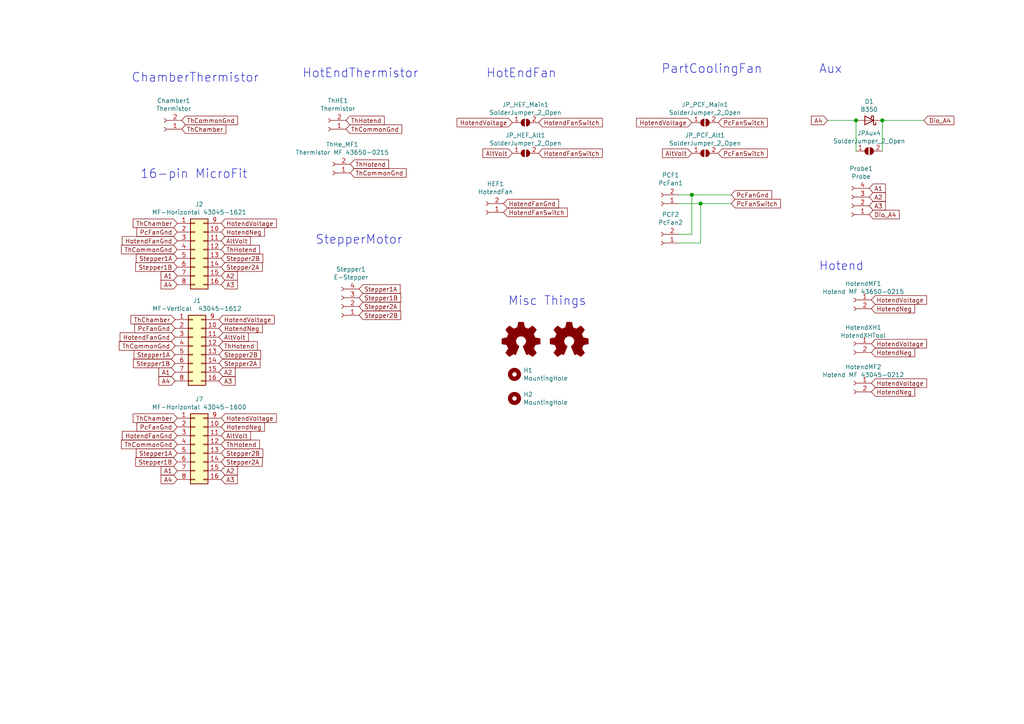
<source format=kicad_sch>
(kicad_sch (version 20210621) (generator eeschema)
  (paper "A4")
  (lib_symbols
    (symbol "Connector:Conn_01x02_Female" (pin_names (offset 1.016) hide)
      (property "Reference" "J" (at 0 2.54 0))
      (property "Value" "Conn_01x02_Female" (at 0 -5.08 0))
      (symbol "Conn_01x02_Female_1_1"
        (arc (start 0 -2.032) (end 0 -3.048) (radius (at 0 -2.54) (length 0.508) (angles 90.1 -90.1)) (stroke (width 0.1524)))
        (arc (start 0 0.508) (end 0 -0.508) (radius (at 0 0) (length 0.508) (angles 90.1 -90.1)) (stroke (width 0.1524)))
        (polyline (pts (xy -1.27 -2.54) (xy -0.508 -2.54)) (stroke (width 0.1524)))
        (polyline (pts (xy -1.27 0) (xy -0.508 0)) (stroke (width 0.1524)))
        (pin passive line (at -5.08 0 0) (length 3.81) (name "Pin_1") (number "1"))
        (pin passive line (at -5.08 -2.54 0) (length 3.81) (name "Pin_2") (number "2"))
      )
    )
    (symbol "Connector:Conn_01x04_Female" (pin_names (offset 1.016) hide)
      (property "Reference" "J" (at 0 5.08 0))
      (property "Value" "Conn_01x04_Female" (at 0 -7.62 0))
      (symbol "Conn_01x04_Female_1_1"
        (arc (start 0 -4.572) (end 0 -5.588) (radius (at 0 -5.08) (length 0.508) (angles 90.1 -90.1)) (stroke (width 0.1524)))
        (arc (start 0 -2.032) (end 0 -3.048) (radius (at 0 -2.54) (length 0.508) (angles 90.1 -90.1)) (stroke (width 0.1524)))
        (arc (start 0 0.508) (end 0 -0.508) (radius (at 0 0) (length 0.508) (angles 90.1 -90.1)) (stroke (width 0.1524)))
        (arc (start 0 3.048) (end 0 2.032) (radius (at 0 2.54) (length 0.508) (angles 90.1 -90.1)) (stroke (width 0.1524)))
        (polyline (pts (xy -1.27 -5.08) (xy -0.508 -5.08)) (stroke (width 0.1524)))
        (polyline (pts (xy -1.27 -2.54) (xy -0.508 -2.54)) (stroke (width 0.1524)))
        (polyline (pts (xy -1.27 0) (xy -0.508 0)) (stroke (width 0.1524)))
        (polyline (pts (xy -1.27 2.54) (xy -0.508 2.54)) (stroke (width 0.1524)))
        (pin passive line (at -5.08 2.54 0) (length 3.81) (name "Pin_1") (number "1"))
        (pin passive line (at -5.08 0 0) (length 3.81) (name "Pin_2") (number "2"))
        (pin passive line (at -5.08 -2.54 0) (length 3.81) (name "Pin_3") (number "3"))
        (pin passive line (at -5.08 -5.08 0) (length 3.81) (name "Pin_4") (number "4"))
      )
    )
    (symbol "Connector_Generic:Conn_02x08_Top_Bottom" (pin_names (offset 1.016) hide)
      (property "Reference" "J" (at 1.27 10.16 0))
      (property "Value" "Conn_02x08_Top_Bottom" (at 1.27 -12.7 0))
      (symbol "Conn_02x08_Top_Bottom_1_1"
        (rectangle (start -1.27 -10.033) (end 0 -10.287) (stroke (width 0.1524)))
        (rectangle (start -1.27 -7.493) (end 0 -7.747) (stroke (width 0.1524)))
        (rectangle (start -1.27 -4.953) (end 0 -5.207) (stroke (width 0.1524)))
        (rectangle (start -1.27 -2.413) (end 0 -2.667) (stroke (width 0.1524)))
        (rectangle (start -1.27 0.127) (end 0 -0.127) (stroke (width 0.1524)))
        (rectangle (start -1.27 2.667) (end 0 2.413) (stroke (width 0.1524)))
        (rectangle (start -1.27 5.207) (end 0 4.953) (stroke (width 0.1524)))
        (rectangle (start -1.27 7.747) (end 0 7.493) (stroke (width 0.1524)))
        (rectangle (start 3.81 -10.033) (end 2.54 -10.287) (stroke (width 0.1524)))
        (rectangle (start 3.81 -7.493) (end 2.54 -7.747) (stroke (width 0.1524)))
        (rectangle (start 3.81 -4.953) (end 2.54 -5.207) (stroke (width 0.1524)))
        (rectangle (start 3.81 -2.413) (end 2.54 -2.667) (stroke (width 0.1524)))
        (rectangle (start 3.81 0.127) (end 2.54 -0.127) (stroke (width 0.1524)))
        (rectangle (start 3.81 2.667) (end 2.54 2.413) (stroke (width 0.1524)))
        (rectangle (start 3.81 5.207) (end 2.54 4.953) (stroke (width 0.1524)))
        (rectangle (start 3.81 7.747) (end 2.54 7.493) (stroke (width 0.1524)))
        (rectangle (start -1.27 8.89) (end 3.81 -11.43) (stroke (width 0.254)) (fill (type background)))
        (pin passive line (at -5.08 7.62 0) (length 3.81) (name "Pin_1") (number "1"))
        (pin passive line (at 7.62 5.08 180) (length 3.81) (name "Pin_10") (number "10"))
        (pin passive line (at 7.62 2.54 180) (length 3.81) (name "Pin_11") (number "11"))
        (pin passive line (at 7.62 0 180) (length 3.81) (name "Pin_12") (number "12"))
        (pin passive line (at 7.62 -2.54 180) (length 3.81) (name "Pin_13") (number "13"))
        (pin passive line (at 7.62 -5.08 180) (length 3.81) (name "Pin_14") (number "14"))
        (pin passive line (at 7.62 -7.62 180) (length 3.81) (name "Pin_15") (number "15"))
        (pin passive line (at 7.62 -10.16 180) (length 3.81) (name "Pin_16") (number "16"))
        (pin passive line (at -5.08 5.08 0) (length 3.81) (name "Pin_2") (number "2"))
        (pin passive line (at -5.08 2.54 0) (length 3.81) (name "Pin_3") (number "3"))
        (pin passive line (at -5.08 0 0) (length 3.81) (name "Pin_4") (number "4"))
        (pin passive line (at -5.08 -2.54 0) (length 3.81) (name "Pin_5") (number "5"))
        (pin passive line (at -5.08 -5.08 0) (length 3.81) (name "Pin_6") (number "6"))
        (pin passive line (at -5.08 -7.62 0) (length 3.81) (name "Pin_7") (number "7"))
        (pin passive line (at -5.08 -10.16 0) (length 3.81) (name "Pin_8") (number "8"))
        (pin passive line (at 7.62 7.62 180) (length 3.81) (name "Pin_9") (number "9"))
      )
    )
    (symbol "Diode:B350" (pin_numbers hide) (pin_names (offset 1.016) hide)
      (property "Reference" "D" (at 0 2.54 0))
      (property "Value" "B350" (at 0 -2.54 0))
      (symbol "B350_0_1"
        (polyline (pts (xy 1.27 0) (xy -1.27 0)))
        (polyline (pts (xy 1.27 1.27) (xy 1.27 -1.27) (xy -1.27 0) (xy 1.27 1.27)) (stroke (width 0.254)))
        (polyline (pts (xy -1.905 0.635) (xy -1.905 1.27) (xy -1.27 1.27) (xy -1.27 -1.27) (xy -0.635 -1.27) (xy -0.635 -0.635)) (stroke (width 0.254)))
      )
      (symbol "B350_1_1"
        (pin passive line (at -3.81 0 0) (length 2.54) (name "K") (number "1"))
        (pin passive line (at 3.81 0 180) (length 2.54) (name "A") (number "2"))
      )
    )
    (symbol "Graphic:Logo_Open_Hardware_Small" (pin_names (offset 1.016))
      (symbol "Logo_Open_Hardware_Small_0_1"
        (polyline (pts (xy 3.3528 -4.3434) (xy 3.302 -4.318) (xy 3.175 -4.2418) (xy 2.9972 -4.1148) (xy 2.7686 -3.9624) (xy 2.54 -3.81) (xy 2.3622 -3.7084) (xy 2.2352 -3.6068) (xy 2.1844 -3.5814) (xy 2.159 -3.6068) (xy 2.0574 -3.6576) (xy 1.905 -3.7338) (xy 1.8034 -3.7846) (xy 1.6764 -3.8354) (xy 1.6002 -3.8354) (xy 1.6002 -3.8354) (xy 1.5494 -3.7338) (xy 1.4732 -3.5306) (xy 1.3462 -3.302) (xy 1.2446 -3.0226) (xy 1.1176 -2.7178) (xy 0.9652 -2.413) (xy 0.8636 -2.1082) (xy 0.7366 -1.8288) (xy 0.6604 -1.6256) (xy 0.6096 -1.4732) (xy 0.5842 -1.397) (xy 0.5842 -1.397) (xy 0.6604 -1.3208) (xy 0.7874 -1.2446) (xy 1.0414 -1.016) (xy 1.2954 -0.6858) (xy 1.4478 -0.3302) (xy 1.524 0.0762) (xy 1.4732 0.4572) (xy 1.3208 0.8128) (xy 1.0668 1.143) (xy 0.762 1.3716) (xy 0.4064 1.524) (xy 0 1.5748) (xy -0.381 1.5494) (xy -0.7366 1.397) (xy -1.0668 1.143) (xy -1.2192 0.9906) (xy -1.397 0.6604) (xy -1.524 0.3048) (xy -1.524 0.2286) (xy -1.4986 -0.1778) (xy -1.397 -0.5334) (xy -1.1938 -0.8636) (xy -0.9144 -1.143) (xy -0.8636 -1.1684) (xy -0.7366 -1.27) (xy -0.635 -1.3462) (xy -0.5842 -1.397) (xy -1.0668 -2.5908) (xy -1.143 -2.794) (xy -1.2954 -3.1242) (xy -1.397 -3.4036) (xy -1.4986 -3.6322) (xy -1.5748 -3.7846) (xy -1.6002 -3.8354) (xy -1.6002 -3.8354) (xy -1.651 -3.8354) (xy -1.7272 -3.81) (xy -1.905 -3.7338) (xy -2.0066 -3.683) (xy -2.1336 -3.6068) (xy -2.2098 -3.5814) (xy -2.2606 -3.6068) (xy -2.3622 -3.683) (xy -2.54 -3.81) (xy -2.7686 -3.9624) (xy -2.9718 -4.0894) (xy -3.1496 -4.2164) (xy -3.302 -4.318) (xy -3.3528 -4.3434) (xy -3.3782 -4.3434) (xy -3.429 -4.318) (xy -3.5306 -4.2164) (xy -3.7084 -4.064) (xy -3.937 -3.8354) (xy -3.9624 -3.81) (xy -4.1656 -3.6068) (xy -4.318 -3.4544) (xy -4.4196 -3.3274) (xy -4.445 -3.2766) (xy -4.445 -3.2766) (xy -4.4196 -3.2258) (xy -4.318 -3.0734) (xy -4.2164 -2.8956) (xy -4.064 -2.667) (xy -3.6576 -2.0828) (xy -3.8862 -1.5494) (xy -3.937 -1.3716) (xy -4.0386 -1.1684) (xy -4.0894 -1.0414) (xy -4.1148 -0.9652) (xy -4.191 -0.9398) (xy -4.318 -0.9144) (xy -4.5466 -0.8636) (xy -4.8006 -0.8128) (xy -5.0546 -0.7874) (xy -5.2578 -0.7366) (xy -5.4356 -0.7112) (xy -5.5118 -0.6858) (xy -5.5118 -0.6858) (xy -5.5372 -0.635) (xy -5.5372 -0.5588) (xy -5.5372 -0.4318) (xy -5.5626 -0.2286) (xy -5.5626 0.0762) (xy -5.5626 0.127) (xy -5.5372 0.4064) (xy -5.5372 0.635) (xy -5.5372 0.762) (xy -5.5372 0.8382) (xy -5.5372 0.8382) (xy -5.461 0.8382) (xy -5.3086 0.889) (xy -5.08 0.9144) (xy -4.826 0.9652) (xy -4.8006 0.9906) (xy -4.5466 1.0414) (xy -4.318 1.0668) (xy -4.1656 1.1176) (xy -4.0894 1.143) (xy -4.0894 1.143) (xy -4.0386 1.2446) (xy -3.9624 1.4224) (xy -3.8608 1.6256) (xy -3.7846 1.8288) (xy -3.7084 2.0066) (xy -3.6576 2.159) (xy -3.6322 2.2098) (xy -3.6322 2.2098) (xy -3.683 2.286) (xy -3.7592 2.413) (xy -3.8862 2.5908) (xy -4.064 2.8194) (xy -4.064 2.8448) (xy -4.2164 3.0734) (xy -4.3434 3.2512) (xy -4.4196 3.3782) (xy -4.445 3.4544) (xy -4.445 3.4544) (xy -4.3942 3.5052) (xy -4.2926 3.6322) (xy -4.1148 3.81) (xy -3.937 4.0132) (xy -3.8608 4.064) (xy -3.6576 4.2926) (xy -3.5052 4.4196) (xy -3.4036 4.4958) (xy -3.3528 4.5212) (xy -3.3528 4.5212) (xy -3.302 4.4704) (xy -3.1496 4.3688) (xy -2.9718 4.2418) (xy -2.7432 4.0894) (xy -2.7178 4.0894) (xy -2.4892 3.937) (xy -2.3114 3.81) (xy -2.1844 3.7084) (xy -2.1336 3.683) (xy -2.1082 3.683) (xy -2.032 3.7084) (xy -1.8542 3.7592) (xy -1.6764 3.8354) (xy -1.4732 3.937) (xy -1.27 4.0132) (xy -1.143 4.064) (xy -1.0668 4.1148) (xy -1.0668 4.1148) (xy -1.0414 4.191) (xy -1.016 4.3434) (xy -0.9652 4.572) (xy -0.9144 4.8514) (xy -0.889 4.9022) (xy -0.8382 5.1562) (xy -0.8128 5.3848) (xy -0.7874 5.5372) (xy -0.762 5.588) (xy -0.7112 5.6134) (xy -0.5842 5.6134) (xy -0.4064 5.6134) (xy -0.1524 5.6134) (xy 0.0762 5.6134) (xy 0.3302 5.6134) (xy 0.5334 5.6134) (xy 0.6858 5.588) (xy 0.7366 5.588) (xy 0.7366 5.588) (xy 0.762 5.5118) (xy 0.8128 5.334) (xy 0.8382 5.1054) (xy 0.9144 4.826) (xy 0.9144 4.7752) (xy 0.9652 4.5212) (xy 1.016 4.2926) (xy 1.0414 4.1402) (xy 1.0668 4.0894) (xy 1.0668 4.0894) (xy 1.1938 4.0386) (xy 1.3716 3.9624) (xy 1.5748 3.8608) (xy 2.0828 3.6576) (xy 2.7178 4.0894) (xy 2.7686 4.1402) (xy 2.9972 4.2926) (xy 3.175 4.4196) (xy 3.302 4.4958) (xy 3.3782 4.5212) (xy 3.3782 4.5212) (xy 3.429 4.4704) (xy 3.556 4.3434) (xy 3.7338 4.191) (xy 3.9116 3.9878) (xy 4.064 3.8354) (xy 4.2418 3.6576) (xy 4.3434 3.556) (xy 4.4196 3.4798) (xy 4.4196 3.429) (xy 4.4196 3.4036) (xy 4.3942 3.3274) (xy 4.2926 3.2004) (xy 4.1656 2.9972) (xy 4.0132 2.794) (xy 3.8862 2.5908) (xy 3.7592 2.3876) (xy 3.6576 2.2352) (xy 3.6322 2.159) (xy 3.6322 2.1336) (xy 3.683 2.0066) (xy 3.7592 1.8288) (xy 3.8608 1.6002) (xy 4.064 1.1176) (xy 4.3942 1.0414) (xy 4.5974 1.016) (xy 4.8768 0.9652) (xy 5.1308 0.9144) (xy 5.5372 0.8382) (xy 5.5626 -0.6604) (xy 5.4864 -0.6858) (xy 5.4356 -0.6858) (xy 5.2832 -0.7366) (xy 5.0546 -0.762) (xy 4.8006 -0.8128) (xy 4.5974 -0.8636) (xy 4.3688 -0.9144) (xy 4.2164 -0.9398) (xy 4.1402 -0.9398) (xy 4.1148 -0.9652) (xy 4.064 -1.0668) (xy 3.9878 -1.2446) (xy 3.9116 -1.4478) (xy 3.81 -1.651) (xy 3.7338 -1.8542) (xy 3.683 -2.0066) (xy 3.6576 -2.0828) (xy 3.683 -2.1336) (xy 3.7846 -2.2606) (xy 3.8862 -2.4638) (xy 4.0386 -2.667) (xy 4.191 -2.8956) (xy 4.318 -3.0734) (xy 4.3942 -3.2004) (xy 4.445 -3.2766) (xy 4.4196 -3.3274) (xy 4.3434 -3.429) (xy 4.1656 -3.5814) (xy 3.937 -3.8354) (xy 3.8862 -3.8608) (xy 3.683 -4.064) (xy 3.5306 -4.2164) (xy 3.4036 -4.318) (xy 3.3528 -4.3434)) (fill (type outline)))
      )
    )
    (symbol "Jumper:SolderJumper_2_Open" (pin_names (offset 0) hide)
      (property "Reference" "JP" (at 0 2.032 0))
      (property "Value" "SolderJumper_2_Open" (at 0 -2.54 0))
      (symbol "SolderJumper_2_Open_0_1"
        (arc (start -0.254 1.016) (end -0.254 -1.016) (radius (at -0.254 0) (length 1.016) (angles 90.1 -90.1)))
        (arc (start 0.254 -1.016) (end 0.254 1.016) (radius (at 0.254 0) (length 1.016) (angles -89.9 89.9)))
        (arc (start -0.254 1.016) (end -0.254 -1.016) (radius (at -0.254 0) (length 1.016) (angles 90.1 -90.1)) (fill (type outline)))
        (arc (start 0.254 -1.016) (end 0.254 1.016) (radius (at 0.254 0) (length 1.016) (angles -89.9 89.9)) (fill (type outline)))
        (polyline (pts (xy -0.254 1.016) (xy -0.254 -1.016)))
        (polyline (pts (xy 0.254 1.016) (xy 0.254 -1.016)))
      )
      (symbol "SolderJumper_2_Open_1_1"
        (pin passive line (at -3.81 0 0) (length 2.54) (name "A") (number "1"))
        (pin passive line (at 3.81 0 180) (length 2.54) (name "B") (number "2"))
      )
    )
    (symbol "Mechanical:MountingHole" (pin_names (offset 1.016))
      (property "Reference" "H" (at 0 5.08 0))
      (property "Value" "MountingHole" (at 0 3.175 0))
      (symbol "MountingHole_0_1"
        (circle (center 0 0) (radius 1.27) (stroke (width 1.27)))
      )
    )
  )
  (junction (at 200.66 56.515) (diameter 1.016))
  (junction (at 203.2 59.055) (diameter 1.016))
  (junction (at 248.285 34.925) (diameter 1.016))
  (junction (at 255.905 34.925) (diameter 1.016))
  (wire (pts (xy 196.85 56.515) (xy 200.66 56.515)))
  (wire (pts (xy 196.85 59.055) (xy 203.2 59.055)))
  (wire (pts (xy 200.66 56.515) (xy 200.66 67.945)))
  (wire (pts (xy 200.66 56.515) (xy 212.09 56.515)))
  (wire (pts (xy 200.66 67.945) (xy 196.85 67.945)))
  (wire (pts (xy 203.2 59.055) (xy 203.2 70.485)))
  (wire (pts (xy 203.2 59.055) (xy 212.09 59.055)))
  (wire (pts (xy 203.2 70.485) (xy 196.85 70.485)))
  (wire (pts (xy 240.03 34.925) (xy 248.285 34.925)))
  (wire (pts (xy 248.285 34.925) (xy 248.285 43.815)))
  (wire (pts (xy 255.905 34.925) (xy 255.905 43.815)))
  (wire (pts (xy 255.905 34.925) (xy 267.97 34.925)))
  (text "ChamberThermistor" (at 38.1 24.13 0) (effects (font (size 2.5654 2.5654)) (justify left bottom)))
  (text "16-pin MicroFit" (at 40.64 52.07 0) (effects (font (size 2.5654 2.5654)) (justify left bottom)))
  (text "HotEndThermistor" (at 87.63 22.86 0) (effects (font (size 2.5654 2.5654)) (justify left bottom)))
  (text "StepperMotor" (at 91.44 71.12 0) (effects (font (size 2.5654 2.5654)) (justify left bottom)))
  (text "HotEndFan" (at 140.97 22.86 0) (effects (font (size 2.5654 2.5654)) (justify left bottom)))
  (text "Misc Things" (at 147.32 88.9 0) (effects (font (size 2.5654 2.5654)) (justify left bottom)))
  (text "PartCoolingFan" (at 191.77 21.59 0) (effects (font (size 2.5654 2.5654)) (justify left bottom)))
  (text "Aux" (at 237.49 21.59 0) (effects (font (size 2.5654 2.5654)) (justify left bottom)))
  (text "Hotend" (at 237.49 78.74 0) (effects (font (size 2.4892 2.4892)) (justify left bottom)))
  (global_label "ThChamber" (shape input) (at 50.8 92.71 180) (property "Intersheet References" "${INTERSHEET_REFS}" (effects hide)))
  (global_label "PcFanGnd" (shape input) (at 50.8 95.25 180) (property "Intersheet References" "${INTERSHEET_REFS}" (effects hide)))
  (global_label "HotendFanGnd" (shape input) (at 50.8 97.79 180) (property "Intersheet References" "${INTERSHEET_REFS}" (effects hide)))
  (global_label "ThCommonGnd" (shape input) (at 50.8 100.33 180) (property "Intersheet References" "${INTERSHEET_REFS}" (effects hide)))
  (global_label "Stepper1A" (shape input) (at 50.8 102.87 180) (property "Intersheet References" "${INTERSHEET_REFS}" (effects hide)))
  (global_label "Stepper1B" (shape input) (at 50.8 105.41 180) (property "Intersheet References" "${INTERSHEET_REFS}" (effects hide)))
  (global_label "A1" (shape input) (at 50.8 107.95 180) (property "Intersheet References" "${INTERSHEET_REFS}" (effects hide)))
  (global_label "A4" (shape input) (at 50.8 110.49 180) (property "Intersheet References" "${INTERSHEET_REFS}" (effects hide)))
  (global_label "ThChamber" (shape input) (at 51.435 64.77 180) (property "Intersheet References" "${INTERSHEET_REFS}" (effects hide)))
  (global_label "PcFanGnd" (shape input) (at 51.435 67.31 180) (property "Intersheet References" "${INTERSHEET_REFS}" (effects hide)))
  (global_label "HotendFanGnd" (shape input) (at 51.435 69.85 180) (property "Intersheet References" "${INTERSHEET_REFS}" (effects hide)))
  (global_label "ThCommonGnd" (shape input) (at 51.435 72.39 180) (property "Intersheet References" "${INTERSHEET_REFS}" (effects hide)))
  (global_label "Stepper1A" (shape input) (at 51.435 74.93 180) (property "Intersheet References" "${INTERSHEET_REFS}" (effects hide)))
  (global_label "Stepper1B" (shape input) (at 51.435 77.47 180) (property "Intersheet References" "${INTERSHEET_REFS}" (effects hide)))
  (global_label "A1" (shape input) (at 51.435 80.01 180) (property "Intersheet References" "${INTERSHEET_REFS}" (effects hide)))
  (global_label "A4" (shape input) (at 51.435 82.55 180) (property "Intersheet References" "${INTERSHEET_REFS}" (effects hide)))
  (global_label "ThChamber" (shape input) (at 51.435 121.285 180) (property "Intersheet References" "${INTERSHEET_REFS}" (effects hide)))
  (global_label "PcFanGnd" (shape input) (at 51.435 123.825 180) (property "Intersheet References" "${INTERSHEET_REFS}" (effects hide)))
  (global_label "HotendFanGnd" (shape input) (at 51.435 126.365 180) (property "Intersheet References" "${INTERSHEET_REFS}" (effects hide)))
  (global_label "ThCommonGnd" (shape input) (at 51.435 128.905 180) (property "Intersheet References" "${INTERSHEET_REFS}" (effects hide)))
  (global_label "Stepper1A" (shape input) (at 51.435 131.445 180) (property "Intersheet References" "${INTERSHEET_REFS}" (effects hide)))
  (global_label "Stepper1B" (shape input) (at 51.435 133.985 180) (property "Intersheet References" "${INTERSHEET_REFS}" (effects hide)))
  (global_label "A1" (shape input) (at 51.435 136.525 180) (property "Intersheet References" "${INTERSHEET_REFS}" (effects hide)))
  (global_label "A4" (shape input) (at 51.435 139.065 180) (property "Intersheet References" "${INTERSHEET_REFS}" (effects hide)))
  (global_label "ThCommonGnd" (shape input) (at 52.705 34.925 0) (property "Intersheet References" "${INTERSHEET_REFS}" (effects hide)))
  (global_label "ThChamber" (shape input) (at 52.705 37.465 0) (property "Intersheet References" "${INTERSHEET_REFS}" (effects hide)))
  (global_label "HotendVoltage" (shape input) (at 63.5 92.71 0) (property "Intersheet References" "${INTERSHEET_REFS}" (effects hide)))
  (global_label "HotendNeg" (shape input) (at 63.5 95.25 0) (property "Intersheet References" "${INTERSHEET_REFS}" (effects hide)))
  (global_label "AltVolt" (shape input) (at 63.5 97.79 0) (property "Intersheet References" "${INTERSHEET_REFS}" (effects hide)))
  (global_label "ThHotend" (shape input) (at 63.5 100.33 0) (property "Intersheet References" "${INTERSHEET_REFS}" (effects hide)))
  (global_label "Stepper2B" (shape input) (at 63.5 102.87 0) (property "Intersheet References" "${INTERSHEET_REFS}" (effects hide)))
  (global_label "Stepper2A" (shape input) (at 63.5 105.41 0) (property "Intersheet References" "${INTERSHEET_REFS}" (effects hide)))
  (global_label "A2" (shape input) (at 63.5 107.95 0) (property "Intersheet References" "${INTERSHEET_REFS}" (effects hide)))
  (global_label "A3" (shape input) (at 63.5 110.49 0) (property "Intersheet References" "${INTERSHEET_REFS}" (effects hide)))
  (global_label "HotendVoltage" (shape input) (at 64.135 64.77 0) (property "Intersheet References" "${INTERSHEET_REFS}" (effects hide)))
  (global_label "HotendNeg" (shape input) (at 64.135 67.31 0) (property "Intersheet References" "${INTERSHEET_REFS}" (effects hide)))
  (global_label "AltVolt" (shape input) (at 64.135 69.85 0) (property "Intersheet References" "${INTERSHEET_REFS}" (effects hide)))
  (global_label "ThHotend" (shape input) (at 64.135 72.39 0) (property "Intersheet References" "${INTERSHEET_REFS}" (effects hide)))
  (global_label "Stepper2B" (shape input) (at 64.135 74.93 0) (property "Intersheet References" "${INTERSHEET_REFS}" (effects hide)))
  (global_label "Stepper2A" (shape input) (at 64.135 77.47 0) (property "Intersheet References" "${INTERSHEET_REFS}" (effects hide)))
  (global_label "A2" (shape input) (at 64.135 80.01 0) (property "Intersheet References" "${INTERSHEET_REFS}" (effects hide)))
  (global_label "A3" (shape input) (at 64.135 82.55 0) (property "Intersheet References" "${INTERSHEET_REFS}" (effects hide)))
  (global_label "HotendVoltage" (shape input) (at 64.135 121.285 0) (property "Intersheet References" "${INTERSHEET_REFS}" (effects hide)))
  (global_label "HotendNeg" (shape input) (at 64.135 123.825 0) (property "Intersheet References" "${INTERSHEET_REFS}" (effects hide)))
  (global_label "AltVolt" (shape input) (at 64.135 126.365 0) (property "Intersheet References" "${INTERSHEET_REFS}" (effects hide)))
  (global_label "ThHotend" (shape input) (at 64.135 128.905 0) (property "Intersheet References" "${INTERSHEET_REFS}" (effects hide)))
  (global_label "Stepper2B" (shape input) (at 64.135 131.445 0) (property "Intersheet References" "${INTERSHEET_REFS}" (effects hide)))
  (global_label "Stepper2A" (shape input) (at 64.135 133.985 0) (property "Intersheet References" "${INTERSHEET_REFS}" (effects hide)))
  (global_label "A2" (shape input) (at 64.135 136.525 0) (property "Intersheet References" "${INTERSHEET_REFS}" (effects hide)))
  (global_label "A3" (shape input) (at 64.135 139.065 0) (property "Intersheet References" "${INTERSHEET_REFS}" (effects hide)))
  (global_label "ThHotend" (shape input) (at 100.33 34.925 0) (property "Intersheet References" "${INTERSHEET_REFS}" (effects hide)))
  (global_label "ThCommonGnd" (shape input) (at 100.33 37.465 0) (property "Intersheet References" "${INTERSHEET_REFS}" (effects hide)))
  (global_label "ThHotend" (shape input) (at 101.6 47.625 0) (property "Intersheet References" "${INTERSHEET_REFS}" (effects hide)))
  (global_label "ThCommonGnd" (shape input) (at 101.6 50.165 0) (property "Intersheet References" "${INTERSHEET_REFS}" (effects hide)))
  (global_label "Stepper1A" (shape input) (at 104.14 83.82 0) (property "Intersheet References" "${INTERSHEET_REFS}" (effects hide)))
  (global_label "Stepper1B" (shape input) (at 104.14 86.36 0) (property "Intersheet References" "${INTERSHEET_REFS}" (effects hide)))
  (global_label "Stepper2A" (shape input) (at 104.14 88.9 0) (property "Intersheet References" "${INTERSHEET_REFS}" (effects hide)))
  (global_label "Stepper2B" (shape input) (at 104.14 91.44 0) (property "Intersheet References" "${INTERSHEET_REFS}" (effects hide)))
  (global_label "HotendFanGnd" (shape input) (at 146.05 59.055 0) (property "Intersheet References" "${INTERSHEET_REFS}" (effects hide)))
  (global_label "HotendFanSwitch" (shape input) (at 146.05 61.595 0) (property "Intersheet References" "${INTERSHEET_REFS}" (effects hide)))
  (global_label "HotendVoltage" (shape input) (at 148.59 35.56 180) (property "Intersheet References" "${INTERSHEET_REFS}" (effects hide)))
  (global_label "AltVolt" (shape input) (at 148.59 44.45 180) (property "Intersheet References" "${INTERSHEET_REFS}" (effects hide)))
  (global_label "HotendFanSwitch" (shape input) (at 156.21 35.56 0) (property "Intersheet References" "${INTERSHEET_REFS}" (effects hide)))
  (global_label "HotendFanSwitch" (shape input) (at 156.21 44.45 0) (property "Intersheet References" "${INTERSHEET_REFS}" (effects hide)))
  (global_label "HotendVoltage" (shape input) (at 200.66 35.56 180) (property "Intersheet References" "${INTERSHEET_REFS}" (effects hide)))
  (global_label "AltVolt" (shape input) (at 200.66 44.45 180) (property "Intersheet References" "${INTERSHEET_REFS}" (effects hide)))
  (global_label "PcFanSwitch" (shape input) (at 208.28 35.56 0) (property "Intersheet References" "${INTERSHEET_REFS}" (effects hide)))
  (global_label "PcFanSwitch" (shape input) (at 208.28 44.45 0) (property "Intersheet References" "${INTERSHEET_REFS}" (effects hide)))
  (global_label "PcFanGnd" (shape input) (at 212.09 56.515 0) (property "Intersheet References" "${INTERSHEET_REFS}" (effects hide)))
  (global_label "PcFanSwitch" (shape input) (at 212.09 59.055 0) (property "Intersheet References" "${INTERSHEET_REFS}" (effects hide)))
  (global_label "A4" (shape input) (at 240.03 34.925 180) (property "Intersheet References" "${INTERSHEET_REFS}" (effects hide)))
  (global_label "A1" (shape input) (at 252.095 54.61 0) (property "Intersheet References" "${INTERSHEET_REFS}" (effects hide)))
  (global_label "A2" (shape input) (at 252.095 57.15 0) (property "Intersheet References" "${INTERSHEET_REFS}" (effects hide)))
  (global_label "A3" (shape input) (at 252.095 59.69 0) (property "Intersheet References" "${INTERSHEET_REFS}" (effects hide)))
  (global_label "Dio_A4" (shape input) (at 252.095 62.23 0) (property "Intersheet References" "${INTERSHEET_REFS}" (effects hide)))
  (global_label "HotendVoltage" (shape input) (at 252.73 86.995 0) (property "Intersheet References" "${INTERSHEET_REFS}" (effects hide)))
  (global_label "HotendNeg" (shape input) (at 252.73 89.535 0) (property "Intersheet References" "${INTERSHEET_REFS}" (effects hide)))
  (global_label "HotendVoltage" (shape input) (at 252.73 99.695 0) (property "Intersheet References" "${INTERSHEET_REFS}" (effects hide)))
  (global_label "HotendNeg" (shape input) (at 252.73 102.235 0) (property "Intersheet References" "${INTERSHEET_REFS}" (effects hide)))
  (global_label "HotendVoltage" (shape input) (at 252.73 111.125 0) (property "Intersheet References" "${INTERSHEET_REFS}" (effects hide)))
  (global_label "HotendNeg" (shape input) (at 252.73 113.665 0) (property "Intersheet References" "${INTERSHEET_REFS}" (effects hide)))
  (global_label "Dio_A4" (shape input) (at 267.97 34.925 0) (property "Intersheet References" "${INTERSHEET_REFS}" (effects hide)))
  (symbol (lib_id "Mechanical:MountingHole") (at 149.225 108.585 0) (unit 1)
    (property "Reference" "H1" (at 151.765 107.4166 0) (effects (justify left)))
    (property "Value" "MountingHole" (at 151.765 109.728 0) (effects (justify left)))
    (property "Footprint" "MountingHole:MountingHole_3.2mm_M3_DIN965_Pad" (effects hide))
  )
  (symbol (lib_id "Mechanical:MountingHole") (at 149.225 115.57 0) (unit 1)
    (property "Reference" "H2" (at 151.765 114.4016 0) (effects (justify left)))
    (property "Value" "MountingHole" (at 151.765 116.713 0) (effects (justify left)))
    (property "Footprint" "MountingHole:MountingHole_3.2mm_M3_DIN965_Pad" (effects hide))
  )
  (symbol (lib_id "Jumper:SolderJumper_2_Open") (at 152.4 35.56 0) (unit 1)
    (property "Reference" "JP_HEF_Main1" (at 152.4 30.353 0))
    (property "Value" "SolderJumper_2_Open" (at 152.4 32.6644 0))
    (property "Footprint" "Jumper:SolderJumper-2_P1.3mm_Open_TrianglePad1.0x1.5mm" (effects hide))
  )
  (symbol (lib_id "Jumper:SolderJumper_2_Open") (at 152.4 44.45 0) (unit 1)
    (property "Reference" "JP_HEF_Alt1" (at 152.4 39.243 0))
    (property "Value" "SolderJumper_2_Open" (at 152.4 41.5544 0))
    (property "Footprint" "Jumper:SolderJumper-2_P1.3mm_Open_TrianglePad1.0x1.5mm" (effects hide))
  )
  (symbol (lib_id "Jumper:SolderJumper_2_Open") (at 204.47 35.56 0) (unit 1)
    (property "Reference" "JP_PCF_Main1" (at 204.47 30.353 0))
    (property "Value" "SolderJumper_2_Open" (at 204.47 32.6644 0))
    (property "Footprint" "Jumper:SolderJumper-2_P1.3mm_Open_TrianglePad1.0x1.5mm" (effects hide))
  )
  (symbol (lib_id "Jumper:SolderJumper_2_Open") (at 204.47 44.45 0) (unit 1)
    (property "Reference" "JP_PCF_Alt1" (at 204.47 39.243 0))
    (property "Value" "SolderJumper_2_Open" (at 204.47 41.5544 0))
    (property "Footprint" "Jumper:SolderJumper-2_P1.3mm_Open_TrianglePad1.0x1.5mm" (effects hide))
  )
  (symbol (lib_id "Jumper:SolderJumper_2_Open") (at 252.095 43.815 0) (unit 1)
    (property "Reference" "JPAux4" (at 252.095 38.608 0))
    (property "Value" "SolderJumper_2_Open" (at 252.095 40.9194 0))
    (property "Footprint" "Jumper:SolderJumper-2_P1.3mm_Open_TrianglePad1.0x1.5mm" (effects hide))
  )
  (symbol (lib_id "Connector:Conn_01x02_Female") (at 47.625 37.465 180) (unit 1)
    (property "Reference" "Chamber1" (at 50.3682 29.21 0))
    (property "Value" "Thermistor" (at 50.3682 31.5214 0))
    (property "Footprint" "carabiner-footprints:0603_to_1206_THT" (effects hide))
  )
  (symbol (lib_id "Connector:Conn_01x02_Female") (at 95.25 37.465 180) (unit 1)
    (property "Reference" "ThHE1" (at 97.9932 29.21 0))
    (property "Value" "Thermistor" (at 97.9932 31.5214 0))
    (property "Footprint" "Connector_JST:JST_XH_B2B-XH-A_1x02_P2.50mm_Vertical" (effects hide))
  )
  (symbol (lib_id "Connector:Conn_01x02_Female") (at 96.52 50.165 180) (unit 1)
    (property "Reference" "ThHe_MF1" (at 99.2632 41.91 0))
    (property "Value" "Thermistor MF 43650-0215" (at 99.2632 44.2214 0))
    (property "Footprint" "Connector_Molex:Molex_Micro-Fit_3.0_43650-0215_1x02_P3.00mm_Vertical" (effects hide))
  )
  (symbol (lib_id "Connector:Conn_01x02_Female") (at 140.97 61.595 180) (unit 1)
    (property "Reference" "HEF1" (at 143.7132 53.34 0))
    (property "Value" "HotendFan" (at 143.7132 55.6514 0))
    (property "Footprint" "Connector_JST:JST_XH_B2B-XH-A_1x02_P2.50mm_Vertical" (effects hide))
  )
  (symbol (lib_id "Connector:Conn_01x02_Female") (at 191.77 59.055 180) (unit 1)
    (property "Reference" "PCF1" (at 194.5132 50.8 0))
    (property "Value" "PcFan1" (at 194.5132 53.1114 0))
    (property "Footprint" "Connector_JST:JST_XH_B2B-XH-A_1x02_P2.50mm_Vertical" (effects hide))
  )
  (symbol (lib_id "Connector:Conn_01x02_Female") (at 191.77 70.485 180) (unit 1)
    (property "Reference" "PCF2" (at 194.5132 62.23 0))
    (property "Value" "PcFan2" (at 194.5132 64.5414 0))
    (property "Footprint" "Connector_JST:JST_XH_B2B-XH-A_1x02_P2.50mm_Vertical" (effects hide))
  )
  (symbol (lib_id "Connector:Conn_01x02_Female") (at 247.65 86.995 0) (mirror y) (unit 1)
    (property "Reference" "HotendMF1" (at 250.3932 82.296 0))
    (property "Value" "Hotend MF 43650-0215" (at 250.3932 84.6074 0))
    (property "Footprint" "Connector_Molex:Molex_Micro-Fit_3.0_43650-0215_1x02_P3.00mm_Vertical" (effects hide))
  )
  (symbol (lib_id "Connector:Conn_01x02_Female") (at 247.65 99.695 0) (mirror y) (unit 1)
    (property "Reference" "HotendXH1" (at 250.3932 94.996 0))
    (property "Value" "HotendXHTool" (at 250.3932 97.3074 0))
    (property "Footprint" "Connector_JST:JST_XH_B2B-XH-A_1x02_P2.50mm_Vertical" (effects hide))
  )
  (symbol (lib_id "Connector:Conn_01x02_Female") (at 247.65 111.125 0) (mirror y) (unit 1)
    (property "Reference" "HotendMF2" (at 250.3932 106.426 0))
    (property "Value" " Hotend MF 43045-0212" (at 250.3932 108.7374 0))
    (property "Footprint" "Connector_Molex:Molex_Micro-Fit_3.0_43045-0212_2x01_P3.00mm_Vertical" (effects hide))
  )
  (symbol (lib_id "Diode:B350") (at 252.095 34.925 180) (unit 1)
    (property "Reference" "D1" (at 252.095 29.4386 0))
    (property "Value" "B350" (at 252.095 31.75 0))
    (property "Footprint" "Diode_THT:D_DO-35_SOD27_P7.62mm_Horizontal" (effects hide))
    (property "Datasheet" "http://www.jameco.com/Jameco/Products/ProdDS/1538777.pdf" (effects hide))
  )
  (symbol (lib_id "Connector:Conn_01x04_Female") (at 99.06 88.9 180) (unit 1)
    (property "Reference" "Stepper1" (at 101.8032 78.105 0))
    (property "Value" "E-Stepper" (at 101.8032 80.4164 0))
    (property "Footprint" "Connector_JST:JST_XH_B4B-XH-A_1x04_P2.50mm_Vertical" (effects hide))
  )
  (symbol (lib_id "Connector:Conn_01x04_Female") (at 247.015 59.69 180) (unit 1)
    (property "Reference" "Probe1" (at 249.7582 48.895 0))
    (property "Value" "Probe" (at 249.7582 51.2064 0))
    (property "Footprint" "Connector_JST:JST_XH_B4B-XH-A_1x04_P2.50mm_Vertical" (effects hide))
  )
  (symbol (lib_id "Graphic:Logo_Open_Hardware_Small") (at 151.13 99.06 0) (unit 1)
    (property "Reference" "LOGO1" (effects hide))
    (property "Value" "Logo_Open_Hardware_Small" (effects hide))
    (property "Footprint" "Annex:AnnexLogo" (effects hide))
  )
  (symbol (lib_id "Graphic:Logo_Open_Hardware_Small") (at 165.1 99.06 0) (unit 1)
    (property "Reference" "LOGO2" (effects hide))
    (property "Value" "Logo_Open_Hardware_Small" (effects hide))
    (property "Footprint" "Annex:AnnexLogoBack" (effects hide))
  )
  (symbol (lib_id "Connector_Generic:Conn_02x08_Top_Bottom") (at 55.88 100.33 0) (unit 1)
    (property "Reference" "J1" (at 57.15 87.1982 0))
    (property "Value" "MF-Vertical  43045-1612" (at 57.15 89.5096 0))
    (property "Footprint" "Connector_Molex:Molex_Micro-Fit_3.0_43045-1612_2x08_P3.00mm_Vertical" (effects hide))
  )
  (symbol (lib_id "Connector_Generic:Conn_02x08_Top_Bottom") (at 56.515 72.39 0) (unit 1)
    (property "Reference" "J2" (at 57.785 59.2582 0))
    (property "Value" "MF-Horizontal 43045-1621" (at 57.785 61.5696 0))
    (property "Footprint" "Connector_Molex:Molex_Micro-Fit_3.0_43045-1621_2x08-1MP_P3.00mm_Horizontal" (effects hide))
  )
  (symbol (lib_id "Connector_Generic:Conn_02x08_Top_Bottom") (at 56.515 128.905 0) (unit 1)
    (property "Reference" "J7" (at 57.785 115.7732 0))
    (property "Value" "MF-Horizontal 43045-1600" (at 57.785 118.0846 0))
    (property "Footprint" "Connector_Molex:Molex_Micro-Fit_3.0_43045-1600_2x08_P3.00mm_Horizontal" (effects hide))
  )
)
</source>
